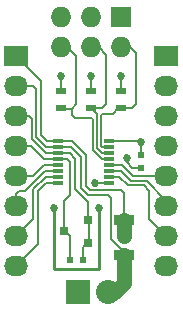
<source format=gbr>
G04 #@! TF.FileFunction,Copper,L1,Top,Signal*
%FSLAX46Y46*%
G04 Gerber Fmt 4.6, Leading zero omitted, Abs format (unit mm)*
G04 Created by KiCad (PCBNEW no-vcs-found-product) date Sat 25 Jul 2015 09:49:24 PM PDT*
%MOMM*%
G01*
G04 APERTURE LIST*
%ADD10C,0.100000*%
%ADD11R,1.700000X0.900000*%
%ADD12R,1.727200X1.727200*%
%ADD13O,1.727200X1.727200*%
%ADD14R,2.032000X1.727200*%
%ADD15O,2.032000X1.727200*%
%ADD16R,0.800100X0.800100*%
%ADD17R,0.900000X0.500000*%
%ADD18R,0.889000X0.305000*%
%ADD19R,0.600000X0.500000*%
%ADD20R,0.500000X0.600000*%
%ADD21R,2.032000X2.032000*%
%ADD22O,2.032000X2.032000*%
%ADD23C,0.685800*%
%ADD24C,0.203200*%
%ADD25C,1.270000*%
%ADD26C,0.254000*%
G04 APERTURE END LIST*
D10*
D11*
X143764000Y-108278000D03*
X143764000Y-111178000D03*
D12*
X143510000Y-91059000D03*
D13*
X143510000Y-93599000D03*
X140970000Y-91059000D03*
X140970000Y-93599000D03*
X138430000Y-91059000D03*
X138430000Y-93599000D03*
D14*
X134620000Y-94361000D03*
D15*
X134620000Y-96901000D03*
X134620000Y-99441000D03*
X134620000Y-101981000D03*
X134620000Y-104521000D03*
X134620000Y-107061000D03*
X134620000Y-109601000D03*
X134620000Y-112141000D03*
D14*
X147320000Y-94361000D03*
D15*
X147320000Y-96901000D03*
X147320000Y-99441000D03*
X147320000Y-101981000D03*
X147320000Y-104521000D03*
X147320000Y-107061000D03*
X147320000Y-109601000D03*
X147320000Y-112141000D03*
D16*
X140688060Y-110157300D03*
X140688060Y-108257300D03*
X138689080Y-109207300D03*
D17*
X143510000Y-97294000D03*
X143510000Y-98794000D03*
X140970000Y-97294000D03*
X140970000Y-98794000D03*
X138430000Y-97294000D03*
X138430000Y-98794000D03*
D18*
X142497200Y-105076400D03*
X142497200Y-104576400D03*
X142497200Y-104076400D03*
X142497200Y-103576400D03*
X142497200Y-103076400D03*
X142497200Y-102576400D03*
X142497200Y-102076400D03*
X138157200Y-105076400D03*
X138157200Y-104576400D03*
X138157200Y-104076400D03*
X138157200Y-103576400D03*
X138157200Y-103076400D03*
X138157200Y-102576400D03*
X138157200Y-101576400D03*
X138157200Y-102076400D03*
X142497200Y-101576400D03*
D19*
X140237300Y-111620300D03*
X139137300Y-111620300D03*
D20*
X145161000Y-102726400D03*
X145161000Y-103826400D03*
D21*
X139827000Y-114300000D03*
D22*
X142367000Y-114300000D03*
D23*
X145161000Y-101600000D03*
X138430000Y-96012000D03*
X140970000Y-96012000D03*
X143510000Y-96012000D03*
X143764000Y-109601000D03*
X137820400Y-107188000D03*
X141630400Y-107188000D03*
X141274800Y-105079800D03*
X143967200Y-102997000D03*
D24*
X145161000Y-102726400D02*
X145161000Y-101600000D01*
X142497200Y-101576400D02*
X145137400Y-101576400D01*
X145137400Y-101576400D02*
X145161000Y-101600000D01*
X145161000Y-101600000D02*
X145137400Y-101576400D01*
X138430000Y-96012000D02*
X138430000Y-97294000D01*
X140970000Y-96012000D02*
X140970000Y-97294000D01*
X143510000Y-96012000D02*
X143510000Y-97294000D01*
X142497200Y-104076400D02*
X143446400Y-104076400D01*
X145643600Y-104927400D02*
X147320000Y-106603800D01*
X144297400Y-104927400D02*
X145643600Y-104927400D01*
X143446400Y-104076400D02*
X144297400Y-104927400D01*
X147320000Y-106603800D02*
X147320000Y-107061000D01*
X142497200Y-104576400D02*
X143336800Y-104576400D01*
X145872200Y-108153200D02*
X147320000Y-109601000D01*
X145872200Y-105791000D02*
X145872200Y-108153200D01*
X145389600Y-105308400D02*
X145872200Y-105791000D01*
X144068800Y-105308400D02*
X145389600Y-105308400D01*
X143336800Y-104576400D02*
X144068800Y-105308400D01*
X138157200Y-101576400D02*
X139320800Y-101576400D01*
X143764000Y-105994200D02*
X143764000Y-108278000D01*
X143510000Y-105740200D02*
X143764000Y-105994200D01*
X140843000Y-105740200D02*
X143510000Y-105740200D01*
X140487400Y-105384600D02*
X140843000Y-105740200D01*
X140487400Y-102743000D02*
X140487400Y-105384600D01*
X139320800Y-101576400D02*
X140487400Y-102743000D01*
X138157200Y-101576400D02*
X137238000Y-101576400D01*
X136702800Y-96443800D02*
X134620000Y-94361000D01*
X136702800Y-101041200D02*
X136702800Y-96443800D01*
X137238000Y-101576400D02*
X136702800Y-101041200D01*
D25*
X143764000Y-108278000D02*
X143764000Y-109601000D01*
D24*
X143764000Y-111178000D02*
X143764000Y-110972600D01*
X143764000Y-110972600D02*
X142621000Y-109829600D01*
X139262000Y-102076400D02*
X138157200Y-102076400D01*
X140055600Y-102870000D02*
X139262000Y-102076400D01*
X140055600Y-105511600D02*
X140055600Y-102870000D01*
X140665200Y-106121200D02*
X140055600Y-105511600D01*
X142367000Y-106121200D02*
X140665200Y-106121200D01*
X142621000Y-106375200D02*
X142367000Y-106121200D01*
X142621000Y-109829600D02*
X142621000Y-106375200D01*
X138157200Y-102076400D02*
X137153800Y-102076400D01*
X136067800Y-96901000D02*
X134620000Y-96901000D01*
X136321800Y-97155000D02*
X136067800Y-96901000D01*
X136321800Y-101244400D02*
X136321800Y-97155000D01*
X137153800Y-102076400D02*
X136321800Y-101244400D01*
D25*
X142367000Y-114300000D02*
X143002000Y-114300000D01*
X143002000Y-114300000D02*
X143764000Y-113538000D01*
X143764000Y-113538000D02*
X143764000Y-111178000D01*
D24*
X138157200Y-102576400D02*
X139152400Y-102576400D01*
X140688060Y-106702860D02*
X140688060Y-108257300D01*
X139623800Y-105638600D02*
X140688060Y-106702860D01*
X139623800Y-103047800D02*
X139623800Y-105638600D01*
X139152400Y-102576400D02*
X139623800Y-103047800D01*
X138157200Y-102576400D02*
X137095000Y-102576400D01*
X137095000Y-102576400D02*
X135940800Y-101422200D01*
X135940800Y-101422200D02*
X135940800Y-99695000D01*
X135940800Y-99695000D02*
X135686800Y-99441000D01*
X135686800Y-99441000D02*
X134620000Y-99441000D01*
X140300800Y-111556800D02*
X140300800Y-110544560D01*
X140300800Y-110544560D02*
X140751560Y-110093800D01*
X140751560Y-108193800D02*
X140751560Y-110093800D01*
X138157200Y-103076400D02*
X138915800Y-103076400D01*
X138689080Y-106649520D02*
X138689080Y-109207300D01*
X139192000Y-106146600D02*
X138689080Y-106649520D01*
X139192000Y-103352600D02*
X139192000Y-106146600D01*
X138915800Y-103076400D02*
X139192000Y-103352600D01*
X138157200Y-103076400D02*
X136985400Y-103076400D01*
X136985400Y-103076400D02*
X135890000Y-101981000D01*
X135890000Y-101981000D02*
X134620000Y-101981000D01*
X138671300Y-109189520D02*
X138689080Y-109207300D01*
X139200800Y-111556800D02*
X139200800Y-109592020D01*
X139200800Y-109592020D02*
X138752580Y-109143800D01*
D26*
X137795000Y-107188000D02*
X137795000Y-112395000D01*
D24*
X141278200Y-105076400D02*
X141274800Y-105079800D01*
X142497200Y-105076400D02*
X141278200Y-105076400D01*
D26*
X141605000Y-112395000D02*
X141605000Y-107188000D01*
X137795000Y-112395000D02*
X141605000Y-112395000D01*
D24*
X145161000Y-103826400D02*
X144441000Y-103826400D01*
X143967200Y-103352600D02*
X143967200Y-102997000D01*
X144441000Y-103826400D02*
X143967200Y-103352600D01*
X142502600Y-105071000D02*
X142497200Y-105076400D01*
X142502600Y-105071000D02*
X142497200Y-105076400D01*
X142497200Y-103576400D02*
X143581400Y-103576400D01*
X144526000Y-104521000D02*
X147320000Y-104521000D01*
X143581400Y-103576400D02*
X144526000Y-104521000D01*
X138157200Y-105076400D02*
X137163400Y-105076400D01*
X136448800Y-110312200D02*
X134620000Y-112141000D01*
X136448800Y-105791000D02*
X136448800Y-110312200D01*
X137163400Y-105076400D02*
X136448800Y-105791000D01*
X138157200Y-104576400D02*
X137104600Y-104576400D01*
X136067800Y-108153200D02*
X134620000Y-109601000D01*
X136067800Y-105613200D02*
X136067800Y-108153200D01*
X137104600Y-104576400D02*
X136067800Y-105613200D01*
X138157200Y-104076400D02*
X137071200Y-104076400D01*
X134620000Y-106070400D02*
X134620000Y-107061000D01*
X134874000Y-105816400D02*
X134620000Y-106070400D01*
X135331200Y-105816400D02*
X134874000Y-105816400D01*
X137071200Y-104076400D02*
X135331200Y-105816400D01*
X138157200Y-103576400D02*
X136987000Y-103576400D01*
X136042400Y-104521000D02*
X134620000Y-104521000D01*
X136987000Y-103576400D02*
X136042400Y-104521000D01*
X142497200Y-102076400D02*
X141890600Y-102076400D01*
X142811500Y-99250500D02*
X143268000Y-98794000D01*
X141922500Y-99250500D02*
X142811500Y-99250500D01*
X141795200Y-99377800D02*
X141922500Y-99250500D01*
X141795200Y-101981000D02*
X141795200Y-99377800D01*
X141890600Y-102076400D02*
X141795200Y-101981000D01*
X143268000Y-98794000D02*
X143510000Y-98794000D01*
X143510000Y-93599000D02*
X144272000Y-93599000D01*
X144272000Y-93599000D02*
X144780000Y-94107000D01*
X144780000Y-94107000D02*
X144780000Y-98425000D01*
X144780000Y-98425000D02*
X144411000Y-98794000D01*
X144411000Y-98794000D02*
X143510000Y-98794000D01*
X142497200Y-102576400D02*
X141887702Y-102576400D01*
X141427200Y-99251200D02*
X140970000Y-98794000D01*
X141427200Y-102115898D02*
X141427200Y-99251200D01*
X141887702Y-102576400D02*
X141427200Y-102115898D01*
X140970000Y-93599000D02*
X141605000Y-93599000D01*
X141605000Y-93599000D02*
X142240000Y-94234000D01*
X142240000Y-94234000D02*
X142240000Y-98425000D01*
X142240000Y-98425000D02*
X141871000Y-98794000D01*
X141871000Y-98794000D02*
X140970000Y-98794000D01*
X142497200Y-103076400D02*
X141862200Y-103076400D01*
X139319000Y-99339400D02*
X139319000Y-98806000D01*
X139547600Y-99568000D02*
X139319000Y-99339400D01*
X140919200Y-99568000D02*
X139547600Y-99568000D01*
X141071598Y-99720398D02*
X140919200Y-99568000D01*
X141071598Y-102285798D02*
X141071598Y-99720398D01*
X141862200Y-103076400D02*
X141071598Y-102285798D01*
X138430000Y-93599000D02*
X138938000Y-93599000D01*
X138938000Y-93599000D02*
X139700000Y-94361000D01*
X139319000Y-98806000D02*
X138442000Y-98806000D01*
X139700000Y-98425000D02*
X139319000Y-98806000D01*
X139700000Y-94361000D02*
X139700000Y-98425000D01*
X138442000Y-98806000D02*
X138430000Y-98794000D01*
X138442000Y-98806000D02*
X138430000Y-98794000D01*
M02*

</source>
